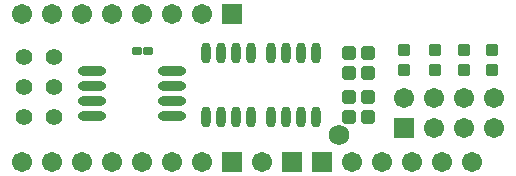
<source format=gts>
G04 Layer_Color=8388736*
%FSLAX43Y43*%
%MOMM*%
G71*
G01*
G75*
G04:AMPARAMS|DCode=28|XSize=0.703mm|YSize=0.803mm|CornerRadius=0.152mm|HoleSize=0mm|Usage=FLASHONLY|Rotation=90.000|XOffset=0mm|YOffset=0mm|HoleType=Round|Shape=RoundedRectangle|*
%AMROUNDEDRECTD28*
21,1,0.703,0.500,0,0,90.0*
21,1,0.400,0.803,0,0,90.0*
1,1,0.303,0.250,0.200*
1,1,0.303,0.250,-0.200*
1,1,0.303,-0.250,-0.200*
1,1,0.303,-0.250,0.200*
%
%ADD28ROUNDEDRECTD28*%
%ADD29O,0.803X1.803*%
%ADD30O,2.403X0.803*%
G04:AMPARAMS|DCode=31|XSize=1.003mm|YSize=1.003mm|CornerRadius=0.202mm|HoleSize=0mm|Usage=FLASHONLY|Rotation=90.000|XOffset=0mm|YOffset=0mm|HoleType=Round|Shape=RoundedRectangle|*
%AMROUNDEDRECTD31*
21,1,1.003,0.600,0,0,90.0*
21,1,0.600,1.003,0,0,90.0*
1,1,0.403,0.300,0.300*
1,1,0.403,0.300,-0.300*
1,1,0.403,-0.300,-0.300*
1,1,0.403,-0.300,0.300*
%
%ADD31ROUNDEDRECTD31*%
G04:AMPARAMS|DCode=32|XSize=1.203mm|YSize=1.103mm|CornerRadius=0.214mm|HoleSize=0mm|Usage=FLASHONLY|Rotation=0.000|XOffset=0mm|YOffset=0mm|HoleType=Round|Shape=RoundedRectangle|*
%AMROUNDEDRECTD32*
21,1,1.203,0.675,0,0,0.0*
21,1,0.775,1.103,0,0,0.0*
1,1,0.428,0.388,-0.338*
1,1,0.428,-0.388,-0.338*
1,1,0.428,-0.388,0.338*
1,1,0.428,0.388,0.338*
%
%ADD32ROUNDEDRECTD32*%
%ADD33C,1.727*%
%ADD34C,1.403*%
%ADD35C,1.703*%
%ADD36R,1.703X1.703*%
D28*
X12000Y11375D02*
D03*
X11000D02*
D03*
D29*
X20655Y11200D02*
D03*
X19385D02*
D03*
X18115D02*
D03*
X16845D02*
D03*
X20655Y5800D02*
D03*
X19385D02*
D03*
X18115D02*
D03*
X16845D02*
D03*
X22345D02*
D03*
X23615D02*
D03*
X24885D02*
D03*
X26155D02*
D03*
X22345Y11200D02*
D03*
X23615D02*
D03*
X24885D02*
D03*
X26155D02*
D03*
D30*
X7225Y9655D02*
D03*
Y8385D02*
D03*
Y7115D02*
D03*
Y5845D02*
D03*
X14025Y9655D02*
D03*
Y8385D02*
D03*
Y7115D02*
D03*
Y5845D02*
D03*
D31*
X33625Y11475D02*
D03*
Y9775D02*
D03*
X36250Y11475D02*
D03*
Y9775D02*
D03*
X38750D02*
D03*
Y11475D02*
D03*
X41125Y9775D02*
D03*
Y11475D02*
D03*
D32*
X29000Y11225D02*
D03*
Y9525D02*
D03*
X30625Y11225D02*
D03*
Y9525D02*
D03*
X29000Y7475D02*
D03*
Y5775D02*
D03*
X30625Y7475D02*
D03*
Y5775D02*
D03*
D33*
X28135Y4250D02*
D03*
D34*
X4040Y5795D02*
D03*
X1500D02*
D03*
X4040Y8335D02*
D03*
X1500D02*
D03*
X4040Y10875D02*
D03*
X1500D02*
D03*
D35*
X21640Y2000D02*
D03*
X16560Y14500D02*
D03*
X14020D02*
D03*
X11480D02*
D03*
X8940D02*
D03*
X6400D02*
D03*
X3860D02*
D03*
X1320D02*
D03*
X16560Y2000D02*
D03*
X14020D02*
D03*
X11480D02*
D03*
X8940D02*
D03*
X6400D02*
D03*
X3860D02*
D03*
X1320D02*
D03*
X33625Y7415D02*
D03*
X36165Y4875D02*
D03*
Y7415D02*
D03*
X38705Y4875D02*
D03*
Y7415D02*
D03*
X41245Y4875D02*
D03*
Y7415D02*
D03*
X39420Y2000D02*
D03*
X36880D02*
D03*
X34340D02*
D03*
X31800D02*
D03*
X29260D02*
D03*
D36*
X24180D02*
D03*
X19100Y14500D02*
D03*
Y2000D02*
D03*
X33625Y4875D02*
D03*
X26720Y2000D02*
D03*
M02*

</source>
